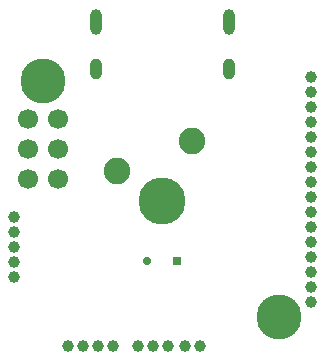
<source format=gbr>
%TF.GenerationSoftware,KiCad,Pcbnew,(5.99.0-11145-g173c9a974c)*%
%TF.CreationDate,2021-06-27T16:32:02+02:00*%
%TF.ProjectId,micro,6d696372-6f2e-46b6-9963-61645f706362,rev1.0*%
%TF.SameCoordinates,Original*%
%TF.FileFunction,Soldermask,Top*%
%TF.FilePolarity,Negative*%
%FSLAX46Y46*%
G04 Gerber Fmt 4.6, Leading zero omitted, Abs format (unit mm)*
G04 Created by KiCad (PCBNEW (5.99.0-11145-g173c9a974c)) date 2021-06-27 16:32:02*
%MOMM*%
%LPD*%
G01*
G04 APERTURE LIST*
%ADD10C,3.987800*%
%ADD11C,2.250000*%
%ADD12C,0.700000*%
%ADD13R,0.700000X0.700000*%
%ADD14C,1.000000*%
%ADD15C,3.800000*%
%ADD16C,2.600000*%
%ADD17C,1.700000*%
%ADD18O,1.000000X2.200000*%
%ADD19O,1.000000X1.800000*%
G04 APERTURE END LIST*
D10*
%TO.C,MX1*%
X151240000Y-99310000D03*
D11*
X147430000Y-96770000D03*
X153780000Y-94230000D03*
D12*
X149970000Y-104390000D03*
D13*
X152510000Y-104390000D03*
%TD*%
D14*
%TO.C,J7*%
X163872579Y-88894000D03*
X163872579Y-90164000D03*
X163872579Y-91434000D03*
X163872579Y-92704000D03*
X163872579Y-93974000D03*
X163872579Y-95244000D03*
X163872579Y-96514000D03*
X163872579Y-97784000D03*
X163872579Y-99054000D03*
X163872579Y-100324000D03*
X163872579Y-101594000D03*
X163872579Y-102864000D03*
X163872579Y-104134000D03*
X163872579Y-105404000D03*
X163872579Y-106674000D03*
X163872579Y-107944000D03*
%TD*%
%TO.C,J3*%
X154455000Y-111660000D03*
X153185000Y-111660000D03*
%TD*%
%TO.C,J4*%
X149230000Y-111660000D03*
X150500000Y-111660000D03*
X151770000Y-111660000D03*
%TD*%
%TO.C,J5*%
X147090000Y-111670000D03*
X145820000Y-111670000D03*
X144550000Y-111670000D03*
X143280000Y-111670000D03*
%TD*%
%TO.C,J6*%
X138710000Y-105810000D03*
X138710000Y-104540000D03*
X138710000Y-103270000D03*
X138710000Y-102000000D03*
X138710000Y-100730000D03*
%TD*%
D15*
%TO.C,H2*%
X161212579Y-109159000D03*
D16*
X161212579Y-109159000D03*
%TD*%
D15*
%TO.C,H1*%
X141212579Y-89159000D03*
D16*
X141212579Y-89159000D03*
%TD*%
D17*
%TO.C,J2*%
X142504579Y-92371000D03*
X139964579Y-92371000D03*
X142504579Y-94911000D03*
X139964579Y-94911000D03*
X142504579Y-97451000D03*
X139964579Y-97451000D03*
%TD*%
D18*
%TO.C,J1*%
X156912579Y-84156500D03*
D19*
X156912579Y-88156500D03*
D18*
X145672579Y-84156500D03*
D19*
X145672579Y-88156500D03*
%TD*%
M02*

</source>
